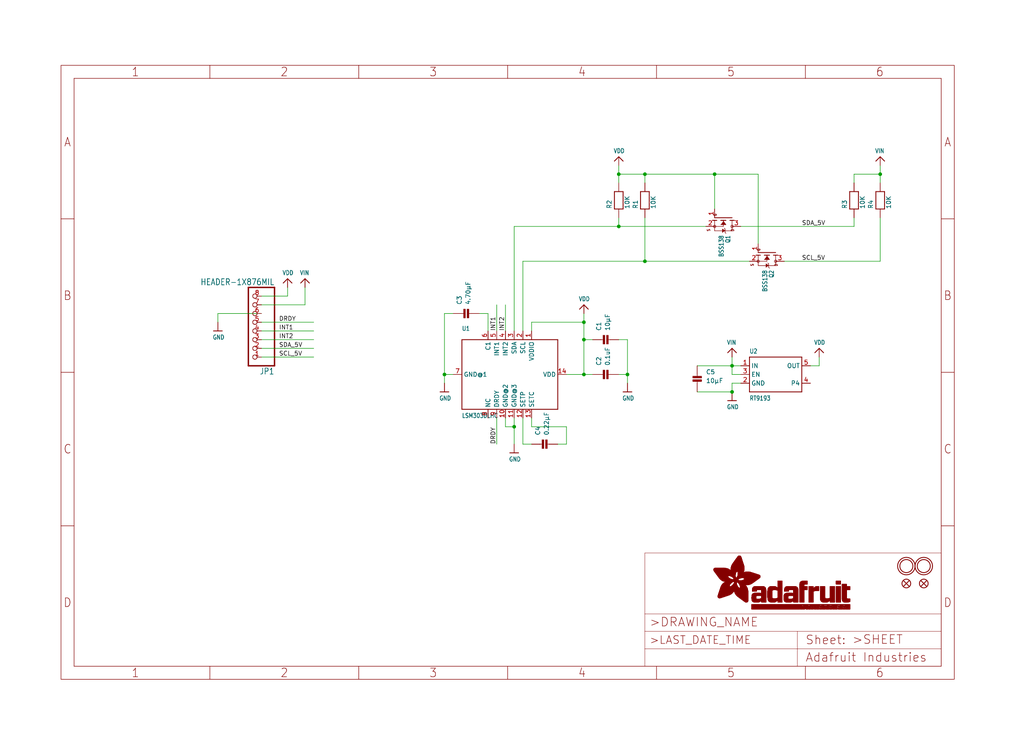
<source format=kicad_sch>
(kicad_sch (version 20211123) (generator eeschema)
  (paper "User" 298.45 217.881)
  (lib_symbols
    (symbol "eagleSchem-eagle-import:CAP_CERAMIC_0805"
      (property "Reference" "C" (at 2.54 2.54 0))
      (property "Value" "CAP_CERAMIC_0805" (at 2.54 0 0))
      (symbol "CAP_CERAMIC_0805_1_0"
        (pin passive line (at 0 5.08 270) (length 2.54) (name "P$1") (number "1"))
        (pin passive line (at 0 -2.54 90) (length 2.54) (name "P$2") (number "2"))
      )
    )
    (symbol "eagleSchem-eagle-import:FIDUCIAL{dblquote}{dblquote}")
    (symbol "eagleSchem-eagle-import:FRAME_A4_ADAFRUIT"
      (symbol "FRAME_A4_ADAFRUIT_1_0"
        (text "1" (at 21.6958 1.905 0) (effects (font (size 2.54 2.286))))
        (text "1" (at 21.6958 177.165 0) (effects (font (size 2.54 2.286))))
        (text "2" (at 65.0875 1.905 0) (effects (font (size 2.54 2.286))))
        (text "2" (at 65.0875 177.165 0) (effects (font (size 2.54 2.286))))
        (text "3" (at 108.4792 1.905 0) (effects (font (size 2.54 2.286))))
        (text "3" (at 108.4792 177.165 0) (effects (font (size 2.54 2.286))))
        (text "4" (at 151.8708 1.905 0) (effects (font (size 2.54 2.286))))
        (text "4" (at 151.8708 177.165 0) (effects (font (size 2.54 2.286))))
        (text "5" (at 195.2625 1.905 0) (effects (font (size 2.54 2.286))))
        (text "5" (at 195.2625 177.165 0) (effects (font (size 2.54 2.286))))
        (text "6" (at 238.6542 1.905 0) (effects (font (size 2.54 2.286))))
        (text "6" (at 238.6542 177.165 0) (effects (font (size 2.54 2.286))))
        (text ">DRAWING_NAME" (at 171.45 15.24 0) (effects (font (size 2.54 2.54)) (justify left bottom)))
        (text ">LAST_DATE_TIME" (at 171.45 10.16 0) (effects (font (size 2.286 2.286)) (justify left bottom)))
        (text ">SHEET" (at 230.505 10.16 0) (effects (font (size 2.54 2.54)) (justify left bottom)))
        (text "A" (at 1.905 156.6863 0) (effects (font (size 2.54 2.286))))
        (text "A" (at 258.445 156.6863 0) (effects (font (size 2.54 2.286))))
        (text "Adafruit Industries" (at 216.916 4.953 0) (effects (font (size 2.54 2.54)) (justify left bottom)))
        (text "B" (at 1.905 111.9188 0) (effects (font (size 2.54 2.286))))
        (text "B" (at 258.445 111.9188 0) (effects (font (size 2.54 2.286))))
        (text "C" (at 1.905 67.1513 0) (effects (font (size 2.54 2.286))))
        (text "C" (at 258.445 67.1513 0) (effects (font (size 2.54 2.286))))
        (text "D" (at 1.905 22.3838 0) (effects (font (size 2.54 2.286))))
        (text "D" (at 258.445 22.3838 0) (effects (font (size 2.54 2.286))))
        (text "Sheet:" (at 216.916 10.033 0) (effects (font (size 2.54 2.54)) (justify left bottom)))
      )
    )
    (symbol "eagleSchem-eagle-import:GND" (power)
      (property "Value" "GND" (at -1.524 -2.54 0))
      (symbol "GND_1_0"
        (pin power_in line (at 0 2.54 270) (length 2.54) (name "GND") (number "1"))
      )
    )
    (symbol "eagleSchem-eagle-import:HEADER-1X876MIL"
      (property "Reference" "JP" (at -6.35 13.335 0))
      (property "Value" "HEADER-1X876MIL" (at -6.35 -12.7 0))
      (symbol "HEADER-1X876MIL_1_0"
        (pin passive inverted (at -2.54 10.16 0) (length 2.54) (name "1") (number "1"))
        (pin passive inverted (at -2.54 7.62 0) (length 2.54) (name "2") (number "2"))
        (pin passive inverted (at -2.54 5.08 0) (length 2.54) (name "3") (number "3"))
        (pin passive inverted (at -2.54 2.54 0) (length 2.54) (name "4") (number "4"))
        (pin passive inverted (at -2.54 0 0) (length 2.54) (name "5") (number "5"))
        (pin passive inverted (at -2.54 -2.54 0) (length 2.54) (name "6") (number "6"))
        (pin passive inverted (at -2.54 -5.08 0) (length 2.54) (name "7") (number "7"))
        (pin passive inverted (at -2.54 -7.62 0) (length 2.54) (name "8") (number "8"))
      )
    )
    (symbol "eagleSchem-eagle-import:LSM303DLHC"
      (property "Reference" "U" (at -12.7 12.7 0))
      (property "Value" "LSM303DLHC" (at -12.7 -12.7 0))
      (symbol "LSM303DLHC_1_0"
        (pin power_in line (at 7.62 12.7 270) (length 2.54) (name "VDDIO") (number "1"))
        (pin power_in line (at 0 -12.7 90) (length 2.54) (name "GND@2") (number "10"))
        (pin power_in line (at 2.54 -12.7 90) (length 2.54) (name "GND@3") (number "11"))
        (pin bidirectional line (at 5.08 -12.7 90) (length 2.54) (name "SETP") (number "12"))
        (pin bidirectional line (at 7.62 -12.7 90) (length 2.54) (name "SETC") (number "13"))
        (pin power_in line (at 17.78 0 180) (length 2.54) (name "VDD") (number "14"))
        (pin bidirectional line (at 5.08 12.7 270) (length 2.54) (name "SCL") (number "2"))
        (pin bidirectional line (at 2.54 12.7 270) (length 2.54) (name "SDA") (number "3"))
        (pin output line (at 0 12.7 270) (length 2.54) (name "INT2") (number "4"))
        (pin output line (at -2.54 12.7 270) (length 2.54) (name "INT1") (number "5"))
        (pin bidirectional line (at -5.08 12.7 270) (length 2.54) (name "C1") (number "6"))
        (pin power_in line (at -15.24 0 0) (length 2.54) (name "GND@1") (number "7"))
        (pin bidirectional line (at -5.08 -12.7 90) (length 2.54) (name "NC") (number "8"))
        (pin output line (at -2.54 -12.7 90) (length 2.54) (name "DRDY") (number "9"))
      )
    )
    (symbol "eagleSchem-eagle-import:MOSFET-NWIDE"
      (property "Reference" "Q" (at 5.08 0.635 0))
      (property "Value" "MOSFET-NWIDE" (at 5.08 -1.27 0))
      (symbol "MOSFET-NWIDE_1_0"
        (text "D" (at 3.175 3.175 0) (effects (font (size 0.8128 0.6908)) (justify left bottom)))
        (text "G" (at -1.27 -1.905 0) (effects (font (size 0.8128 0.6908)) (justify left bottom)))
        (text "S" (at 3.175 -3.81 0) (effects (font (size 0.8128 0.6908)) (justify left bottom)))
        (pin bidirectional line (at -2.54 -2.54 0) (length 2.54) (name "G") (number "1"))
        (pin bidirectional line (at 2.54 -5.08 90) (length 2.54) (name "S") (number "2"))
        (pin bidirectional line (at 2.54 5.08 270) (length 2.54) (name "D") (number "3"))
      )
    )
    (symbol "eagleSchem-eagle-import:MOUNTINGHOLE2.5")
    (symbol "eagleSchem-eagle-import:RESISTOR_0805"
      (property "Reference" "R" (at -2.54 2.032 0))
      (property "Value" "RESISTOR_0805" (at -2.54 -3.175 0))
      (symbol "RESISTOR_0805_1_0"
        (pin passive line (at -5.08 0 0) (length 2.54) (name "1") (number "1"))
        (pin passive line (at 5.08 0 180) (length 2.54) (name "2") (number "2"))
      )
    )
    (symbol "eagleSchem-eagle-import:VDD" (power)
      (property "Value" "VDD" (at -1.524 1.016 0))
      (symbol "VDD_1_0"
        (pin power_in line (at 0 -2.54 90) (length 2.54) (name "VDD") (number "1"))
      )
    )
    (symbol "eagleSchem-eagle-import:VIN" (power)
      (property "Value" "VIN" (at -1.524 1.016 0))
      (symbol "VIN_1_0"
        (pin power_in line (at 0 -2.54 90) (length 2.54) (name "VIN") (number "1"))
      )
    )
    (symbol "eagleSchem-eagle-import:VREG_SOT23-5"
      (property "Reference" "U" (at -7.62 6.096 0))
      (property "Value" "VREG_SOT23-5" (at -7.62 -7.62 0))
      (symbol "VREG_SOT23-5_1_0"
        (pin bidirectional line (at -10.16 2.54 0) (length 2.54) (name "IN") (number "1"))
        (pin bidirectional line (at -10.16 -2.54 0) (length 2.54) (name "GND") (number "2"))
        (pin bidirectional line (at -10.16 0 0) (length 2.54) (name "EN") (number "3"))
        (pin bidirectional line (at 10.16 -2.54 180) (length 2.54) (name "P4") (number "4"))
        (pin bidirectional line (at 10.16 2.54 180) (length 2.54) (name "OUT") (number "5"))
      )
    )
  )
  (junction (at 187.96 76.2))
  (junction (at 149.86 124.46))
  (junction (at 182.88 109.22))
  (junction (at 213.36 114.3))
  (junction (at 213.36 106.68))
  (junction (at 180.34 50.8))
  (junction (at 180.34 66.04))
  (junction (at 256.54 50.8))
  (junction (at 170.18 99.06))
  (junction (at 129.54 109.22))
  (junction (at 170.18 93.98))
  (junction (at 208.28 50.8))
  (junction (at 170.18 109.22))
  (junction (at 187.96 50.8))
  (wire (pts (xy 129.54 109.22) (xy 129.54 111.76)))
  (wire (pts (xy 180.34 63.5) (xy 180.34 66.04)))
  (wire (pts (xy 182.88 99.06) (xy 182.88 109.22)))
  (wire (pts (xy 215.9 109.22) (xy 213.36 109.22)))
  (wire (pts (xy 170.18 91.44) (xy 170.18 93.98)))
  (wire (pts (xy 215.9 66.04) (xy 248.92 66.04)))
  (wire (pts (xy 182.88 109.22) (xy 182.88 111.76)))
  (wire (pts (xy 238.76 106.68) (xy 238.76 104.14)))
  (wire (pts (xy 76.2 88.9) (xy 88.9 88.9)))
  (wire (pts (xy 147.32 96.52) (xy 147.32 88.9)))
  (wire (pts (xy 144.78 121.92) (xy 144.78 129.54)))
  (wire (pts (xy 129.54 91.44) (xy 129.54 109.22)))
  (wire (pts (xy 205.74 66.04) (xy 180.34 66.04)))
  (wire (pts (xy 76.2 86.36) (xy 83.82 86.36)))
  (wire (pts (xy 154.94 121.92) (xy 154.94 124.46)))
  (wire (pts (xy 170.18 109.22) (xy 172.72 109.22)))
  (wire (pts (xy 180.34 99.06) (xy 182.88 99.06)))
  (wire (pts (xy 213.36 106.68) (xy 213.36 104.14)))
  (wire (pts (xy 170.18 99.06) (xy 170.18 109.22)))
  (wire (pts (xy 154.94 93.98) (xy 170.18 93.98)))
  (wire (pts (xy 147.32 124.46) (xy 149.86 124.46)))
  (wire (pts (xy 208.28 50.8) (xy 208.28 60.96)))
  (wire (pts (xy 165.1 124.46) (xy 165.1 129.54)))
  (wire (pts (xy 152.4 121.92) (xy 152.4 129.54)))
  (wire (pts (xy 187.96 50.8) (xy 208.28 50.8)))
  (wire (pts (xy 256.54 76.2) (xy 256.54 63.5)))
  (wire (pts (xy 149.86 124.46) (xy 149.86 129.54)))
  (wire (pts (xy 154.94 124.46) (xy 165.1 124.46)))
  (wire (pts (xy 208.28 50.8) (xy 220.98 50.8)))
  (wire (pts (xy 149.86 121.92) (xy 149.86 124.46)))
  (wire (pts (xy 152.4 76.2) (xy 152.4 96.52)))
  (wire (pts (xy 180.34 50.8) (xy 187.96 50.8)))
  (wire (pts (xy 213.36 109.22) (xy 213.36 106.68)))
  (wire (pts (xy 165.1 109.22) (xy 170.18 109.22)))
  (wire (pts (xy 256.54 53.34) (xy 256.54 50.8)))
  (wire (pts (xy 76.2 96.52) (xy 91.44 96.52)))
  (wire (pts (xy 83.82 86.36) (xy 83.82 83.82)))
  (wire (pts (xy 142.24 96.52) (xy 142.24 91.44)))
  (wire (pts (xy 149.86 66.04) (xy 149.86 96.52)))
  (wire (pts (xy 187.96 53.34) (xy 187.96 50.8)))
  (wire (pts (xy 218.44 76.2) (xy 187.96 76.2)))
  (wire (pts (xy 248.92 66.04) (xy 248.92 63.5)))
  (wire (pts (xy 215.9 106.68) (xy 213.36 106.68)))
  (wire (pts (xy 144.78 96.52) (xy 144.78 88.9)))
  (wire (pts (xy 63.5 91.44) (xy 63.5 93.98)))
  (wire (pts (xy 142.24 91.44) (xy 139.7 91.44)))
  (wire (pts (xy 76.2 91.44) (xy 63.5 91.44)))
  (wire (pts (xy 132.08 109.22) (xy 129.54 109.22)))
  (wire (pts (xy 76.2 101.6) (xy 91.44 101.6)))
  (wire (pts (xy 203.2 114.3) (xy 213.36 114.3)))
  (wire (pts (xy 203.2 106.68) (xy 213.36 106.68)))
  (wire (pts (xy 213.36 111.76) (xy 213.36 114.3)))
  (wire (pts (xy 248.92 53.34) (xy 248.92 50.8)))
  (wire (pts (xy 147.32 121.92) (xy 147.32 124.46)))
  (wire (pts (xy 228.6 76.2) (xy 256.54 76.2)))
  (wire (pts (xy 76.2 93.98) (xy 91.44 93.98)))
  (wire (pts (xy 132.08 91.44) (xy 129.54 91.44)))
  (wire (pts (xy 152.4 129.54) (xy 154.94 129.54)))
  (wire (pts (xy 76.2 104.14) (xy 91.44 104.14)))
  (wire (pts (xy 172.72 99.06) (xy 170.18 99.06)))
  (wire (pts (xy 180.34 66.04) (xy 149.86 66.04)))
  (wire (pts (xy 180.34 53.34) (xy 180.34 50.8)))
  (wire (pts (xy 220.98 50.8) (xy 220.98 71.12)))
  (wire (pts (xy 236.22 106.68) (xy 238.76 106.68)))
  (wire (pts (xy 248.92 50.8) (xy 256.54 50.8)))
  (wire (pts (xy 165.1 129.54) (xy 162.56 129.54)))
  (wire (pts (xy 180.34 109.22) (xy 182.88 109.22)))
  (wire (pts (xy 170.18 93.98) (xy 170.18 99.06)))
  (wire (pts (xy 76.2 99.06) (xy 91.44 99.06)))
  (wire (pts (xy 187.96 63.5) (xy 187.96 76.2)))
  (wire (pts (xy 215.9 111.76) (xy 213.36 111.76)))
  (wire (pts (xy 187.96 76.2) (xy 152.4 76.2)))
  (wire (pts (xy 88.9 88.9) (xy 88.9 83.82)))
  (wire (pts (xy 180.34 48.26) (xy 180.34 50.8)))
  (wire (pts (xy 256.54 50.8) (xy 256.54 48.26)))
  (wire (pts (xy 154.94 96.52) (xy 154.94 93.98)))
  (label "DRDY" (at 144.78 129.54 90) (effects (font (size 1.2446 1.2446))))
  (label "SDA_5V" (at 233.68 66.04 0) (effects (font (size 1.2446 1.2446))))
  (label "INT2" (at 147.32 96.52 90) (effects (font (size 1.2446 1.2446))))
  (label "DRDY" (at 81.28 93.98 0) (effects (font (size 1.2446 1.2446))))
  (label "INT2" (at 81.28 99.06 0) (effects (font (size 1.2446 1.2446))))
  (label "SCL_5V" (at 81.28 104.14 0) (effects (font (size 1.2446 1.2446))))
  (label "INT1" (at 144.78 96.52 90) (effects (font (size 1.2446 1.2446))))
  (label "SDA_5V" (at 81.28 101.6 0) (effects (font (size 1.2446 1.2446))))
  (label "SCL_5V" (at 233.68 76.2 0) (effects (font (size 1.2446 1.2446))))
  (label "INT1" (at 81.28 96.52 0) (effects (font (size 1.2446 1.2446))))
  (symbol (lib_id "eagleSchem-eagle-import:FIDUCIAL{dblquote}{dblquote}") (at 264.16 170.18 0) (unit 1)
    (property "Reference" "FID2" (effects hide))
    (property "Value" "FIDUCIAL{dblquote}{dblquote}" (effects hide))
    (property "Footprint" "eagleSchem:FIDUCIAL_1MM" (effects hide))
  )
  (symbol (lib_id "eagleSchem-eagle-import:RESISTOR_0805") (at 180.34 58.42 90) (unit 1)
    (property "Reference" "R2" (at 178.308 60.96 0) (effects (justify left bottom)))
    (property "Value" "10K" (at 183.515 60.96 0) (effects (justify left bottom)))
    (property "Footprint" "eagleSchem:_0805" (effects hide))
  )
  (symbol (lib_id "eagleSchem-eagle-import:FRAME_A4_ADAFRUIT") (at 17.78 198.12 0) (unit 1)
    (property "Reference" "#U$1" (effects hide))
    (property "Value" "FRAME_A4_ADAFRUIT" (effects hide))
    (property "Footprint" "eagleSchem:" (effects hide))
  )
  (symbol (lib_id "eagleSchem-eagle-import:GND") (at 213.36 116.84 0) (unit 1)
    (property "Reference" "#U$12" (effects hide))
    (property "Value" "GND" (at 211.836 119.38 0) (effects (font (size 1.27 1.0795)) (justify left bottom)))
    (property "Footprint" "eagleSchem:" (effects hide))
  )
  (symbol (lib_id "eagleSchem-eagle-import:RESISTOR_0805") (at 256.54 58.42 90) (unit 1)
    (property "Reference" "R4" (at 254.508 60.96 0) (effects (justify left bottom)))
    (property "Value" "10K" (at 259.715 60.96 0) (effects (justify left bottom)))
    (property "Footprint" "eagleSchem:_0805" (effects hide))
  )
  (symbol (lib_id "eagleSchem-eagle-import:CAP_CERAMIC_0805") (at 177.8 99.06 90) (unit 1)
    (property "Reference" "C1" (at 175.26 96.52 0) (effects (justify left bottom)))
    (property "Value" "10µF" (at 177.8 96.52 0) (effects (justify left bottom)))
    (property "Footprint" "eagleSchem:_0805" (effects hide))
  )
  (symbol (lib_id "eagleSchem-eagle-import:MOUNTINGHOLE2.5") (at 269.24 165.1 0) (unit 1)
    (property "Reference" "U$3" (effects hide))
    (property "Value" "MOUNTINGHOLE2.5" (effects hide))
    (property "Footprint" "eagleSchem:MOUNTINGHOLE_2.5_PLATED" (effects hide))
  )
  (symbol (lib_id "eagleSchem-eagle-import:HEADER-1X876MIL") (at 73.66 93.98 180) (unit 1)
    (property "Reference" "JP1" (at 80.01 107.315 0) (effects (font (size 1.778 1.5113)) (justify left bottom)))
    (property "Value" "HEADER-1X876MIL" (at 80.01 81.28 0) (effects (font (size 1.778 1.5113)) (justify left bottom)))
    (property "Footprint" "eagleSchem:1X08_ROUND_76" (effects hide))
  )
  (symbol (lib_id "eagleSchem-eagle-import:GND") (at 63.5 96.52 0) (unit 1)
    (property "Reference" "#U$16" (effects hide))
    (property "Value" "GND" (at 61.976 99.06 0) (effects (font (size 1.27 1.0795)) (justify left bottom)))
    (property "Footprint" "eagleSchem:" (effects hide))
  )
  (symbol (lib_id "eagleSchem-eagle-import:CAP_CERAMIC_0805") (at 203.2 111.76 0) (unit 1)
    (property "Reference" "C5" (at 205.74 109.22 0) (effects (justify left bottom)))
    (property "Value" "10µF" (at 205.74 111.76 0) (effects (justify left bottom)))
    (property "Footprint" "eagleSchem:_0805" (effects hide))
  )
  (symbol (lib_id "eagleSchem-eagle-import:MOSFET-NWIDE") (at 210.82 63.5 270) (unit 1)
    (property "Reference" "Q1" (at 211.455 68.58 0) (effects (font (size 1.27 1.0795)) (justify left bottom)))
    (property "Value" "BSS138" (at 209.55 68.58 0) (effects (font (size 1.27 1.0795)) (justify left bottom)))
    (property "Footprint" "eagleSchem:SOT23-WIDE" (effects hide))
  )
  (symbol (lib_id "eagleSchem-eagle-import:VDD") (at 238.76 101.6 0) (unit 1)
    (property "Reference" "#U$13" (effects hide))
    (property "Value" "VDD" (at 237.236 100.584 0) (effects (font (size 1.27 1.0795)) (justify left bottom)))
    (property "Footprint" "eagleSchem:" (effects hide))
  )
  (symbol (lib_id "eagleSchem-eagle-import:FIDUCIAL{dblquote}{dblquote}") (at 269.24 170.18 0) (unit 1)
    (property "Reference" "FID1" (effects hide))
    (property "Value" "FIDUCIAL{dblquote}{dblquote}" (effects hide))
    (property "Footprint" "eagleSchem:FIDUCIAL_1MM" (effects hide))
  )
  (symbol (lib_id "eagleSchem-eagle-import:MOUNTINGHOLE2.5") (at 264.16 165.1 0) (unit 1)
    (property "Reference" "U$4" (effects hide))
    (property "Value" "MOUNTINGHOLE2.5" (effects hide))
    (property "Footprint" "eagleSchem:MOUNTINGHOLE_2.5_PLATED" (effects hide))
  )
  (symbol (lib_id "eagleSchem-eagle-import:CAP_CERAMIC_0805") (at 177.8 109.22 90) (unit 1)
    (property "Reference" "C2" (at 175.26 106.68 0) (effects (justify left bottom)))
    (property "Value" "0.1uF" (at 177.8 106.68 0) (effects (justify left bottom)))
    (property "Footprint" "eagleSchem:_0805" (effects hide))
  )
  (symbol (lib_id "eagleSchem-eagle-import:CAP_CERAMIC_0805") (at 160.02 129.54 90) (unit 1)
    (property "Reference" "C4" (at 157.48 127 0) (effects (justify left bottom)))
    (property "Value" "0.22µF" (at 160.02 127 0) (effects (justify left bottom)))
    (property "Footprint" "eagleSchem:_0805" (effects hide))
  )
  (symbol (lib_id "eagleSchem-eagle-import:VIN") (at 88.9 81.28 0) (unit 1)
    (property "Reference" "#U$14" (effects hide))
    (property "Value" "VIN" (at 87.376 80.264 0) (effects (font (size 1.27 1.0795)) (justify left bottom)))
    (property "Footprint" "eagleSchem:" (effects hide))
  )
  (symbol (lib_id "eagleSchem-eagle-import:LSM303DLHC") (at 147.32 109.22 0) (unit 1)
    (property "Reference" "U1" (at 134.62 96.52 0) (effects (font (size 1.27 1.0795)) (justify left bottom)))
    (property "Value" "LSM303DLHC" (at 134.62 121.92 0) (effects (font (size 1.27 1.0795)) (justify left bottom)))
    (property "Footprint" "eagleSchem:LGA14" (effects hide))
  )
  (symbol (lib_id "eagleSchem-eagle-import:VDD") (at 83.82 81.28 0) (unit 1)
    (property "Reference" "#U$15" (effects hide))
    (property "Value" "VDD" (at 82.296 80.264 0) (effects (font (size 1.27 1.0795)) (justify left bottom)))
    (property "Footprint" "eagleSchem:" (effects hide))
  )
  (symbol (lib_id "eagleSchem-eagle-import:VIN") (at 256.54 45.72 0) (unit 1)
    (property "Reference" "#U$10" (effects hide))
    (property "Value" "VIN" (at 255.016 44.704 0) (effects (font (size 1.27 1.0795)) (justify left bottom)))
    (property "Footprint" "eagleSchem:" (effects hide))
  )
  (symbol (lib_id "eagleSchem-eagle-import:MOSFET-NWIDE") (at 223.52 73.66 270) (unit 1)
    (property "Reference" "Q2" (at 224.155 78.74 0) (effects (font (size 1.27 1.0795)) (justify left bottom)))
    (property "Value" "BSS138" (at 222.25 78.74 0) (effects (font (size 1.27 1.0795)) (justify left bottom)))
    (property "Footprint" "eagleSchem:SOT23-WIDE" (effects hide))
  )
  (symbol (lib_id "eagleSchem-eagle-import:GND") (at 182.88 114.3 0) (unit 1)
    (property "Reference" "#U$6" (effects hide))
    (property "Value" "GND" (at 181.356 116.84 0) (effects (font (size 1.27 1.0795)) (justify left bottom)))
    (property "Footprint" "eagleSchem:" (effects hide))
  )
  (symbol (lib_id "eagleSchem-eagle-import:CAP_CERAMIC_0805") (at 137.16 91.44 90) (unit 1)
    (property "Reference" "C3" (at 134.62 88.9 0) (effects (justify left bottom)))
    (property "Value" "4.70µF" (at 137.16 88.9 0) (effects (justify left bottom)))
    (property "Footprint" "eagleSchem:_0805" (effects hide))
  )
  (symbol (lib_id "eagleSchem-eagle-import:GND") (at 149.86 132.08 0) (unit 1)
    (property "Reference" "#U$7" (effects hide))
    (property "Value" "GND" (at 148.336 134.62 0) (effects (font (size 1.27 1.0795)) (justify left bottom)))
    (property "Footprint" "eagleSchem:" (effects hide))
  )
  (symbol (lib_id "eagleSchem-eagle-import:GND") (at 129.54 114.3 0) (unit 1)
    (property "Reference" "#U$8" (effects hide))
    (property "Value" "GND" (at 128.016 116.84 0) (effects (font (size 1.27 1.0795)) (justify left bottom)))
    (property "Footprint" "eagleSchem:" (effects hide))
  )
  (symbol (lib_id "eagleSchem-eagle-import:RESISTOR_0805") (at 187.96 58.42 90) (unit 1)
    (property "Reference" "R1" (at 185.928 60.96 0) (effects (justify left bottom)))
    (property "Value" "10K" (at 191.135 60.96 0) (effects (justify left bottom)))
    (property "Footprint" "eagleSchem:_0805" (effects hide))
  )
  (symbol (lib_id "eagleSchem-eagle-import:VREG_SOT23-5") (at 226.06 109.22 0) (unit 1)
    (property "Reference" "U2" (at 218.44 103.124 0) (effects (font (size 1.27 1.0795)) (justify left bottom)))
    (property "Value" "RT9193" (at 218.44 116.84 0) (effects (font (size 1.27 1.0795)) (justify left bottom)))
    (property "Footprint" "eagleSchem:SOT23-5" (effects hide))
  )
  (symbol (lib_id "eagleSchem-eagle-import:VDD") (at 170.18 88.9 0) (unit 1)
    (property "Reference" "#U$5" (effects hide))
    (property "Value" "VDD" (at 168.656 87.884 0) (effects (font (size 1.27 1.0795)) (justify left bottom)))
    (property "Footprint" "eagleSchem:" (effects hide))
  )
  (symbol (lib_id "eagleSchem-eagle-import:VDD") (at 180.34 45.72 0) (unit 1)
    (property "Reference" "#U$9" (effects hide))
    (property "Value" "VDD" (at 178.816 44.704 0) (effects (font (size 1.27 1.0795)) (justify left bottom)))
    (property "Footprint" "eagleSchem:" (effects hide))
  )
  (symbol (lib_id "eagleSchem-eagle-import:RESISTOR_0805") (at 248.92 58.42 90) (unit 1)
    (property "Reference" "R3" (at 246.888 60.96 0) (effects (justify left bottom)))
    (property "Value" "10K" (at 252.095 60.96 0) (effects (justify left bottom)))
    (property "Footprint" "eagleSchem:_0805" (effects hide))
  )
  (symbol (lib_id "eagleSchem-eagle-import:VIN") (at 213.36 101.6 0) (unit 1)
    (property "Reference" "#U$11" (effects hide))
    (property "Value" "VIN" (at 211.836 100.584 0) (effects (font (size 1.27 1.0795)) (justify left bottom)))
    (property "Footprint" "eagleSchem:" (effects hide))
  )
)
</source>
